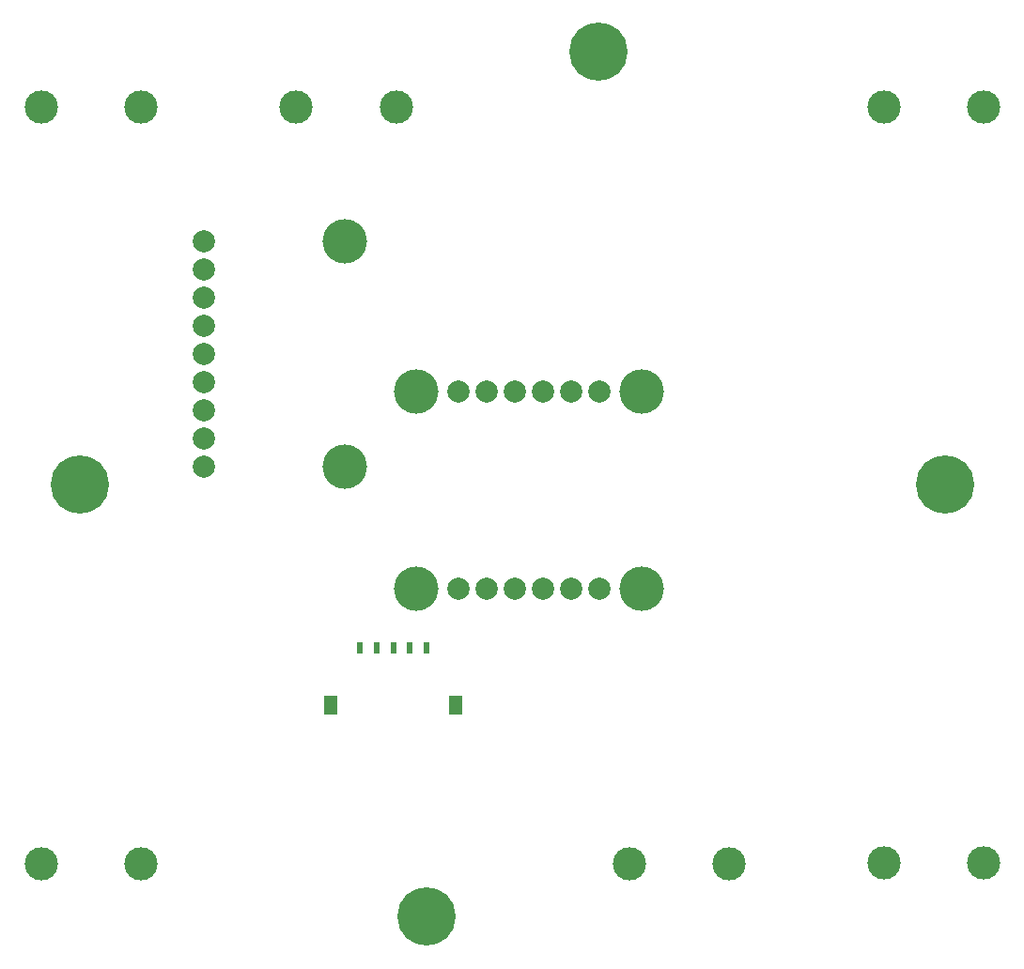
<source format=gbr>
%TF.GenerationSoftware,KiCad,Pcbnew,(5.1.10)-1*%
%TF.CreationDate,2022-05-09T17:44:24-07:00*%
%TF.ProjectId,solar-panel-side-Z,736f6c61-722d-4706-916e-656c2d736964,1.0*%
%TF.SameCoordinates,Original*%
%TF.FileFunction,Soldermask,Bot*%
%TF.FilePolarity,Negative*%
%FSLAX46Y46*%
G04 Gerber Fmt 4.6, Leading zero omitted, Abs format (unit mm)*
G04 Created by KiCad (PCBNEW (5.1.10)-1) date 2022-05-09 17:44:24*
%MOMM*%
%LPD*%
G01*
G04 APERTURE LIST*
%ADD10C,5.250000*%
%ADD11C,2.000000*%
%ADD12C,4.000000*%
%ADD13R,1.250000X1.800000*%
%ADD14R,0.600000X1.000000*%
%ADD15C,3.000000*%
G04 APERTURE END LIST*
D10*
%TO.C,J5*%
X188500000Y-85000000D03*
%TD*%
%TO.C,J4*%
X157250000Y-46000000D03*
%TD*%
%TO.C,J3*%
X141750000Y-124000000D03*
%TD*%
%TO.C,J2*%
X110500000Y-85000000D03*
%TD*%
D11*
%TO.C,U4*%
X147190000Y-76610000D03*
X144650000Y-76610000D03*
D12*
X140840000Y-76610000D03*
D11*
X157350000Y-76610000D03*
D12*
X161160000Y-76610000D03*
D11*
X154810000Y-76610000D03*
X152270000Y-76610000D03*
X149730000Y-76610000D03*
D12*
X161160000Y-94390000D03*
D11*
X154810000Y-94390000D03*
X152270000Y-94390000D03*
X157350000Y-94390000D03*
X144650000Y-94390000D03*
X147190000Y-94390000D03*
X149730000Y-94390000D03*
D12*
X140840000Y-94390000D03*
%TD*%
D13*
%TO.C,J1*%
X133145001Y-104940000D03*
X144354999Y-104940000D03*
D14*
X135749999Y-99750000D03*
X137249999Y-99750000D03*
X138750001Y-99750000D03*
X140250000Y-99750000D03*
X141750000Y-99750000D03*
%TD*%
D11*
%TO.C,U5*%
X121650000Y-75790000D03*
X121650000Y-73250000D03*
X121650000Y-70710000D03*
X121650000Y-83410000D03*
X121650000Y-78330000D03*
X121650000Y-80870000D03*
D12*
X134350000Y-63090000D03*
X134350000Y-83410000D03*
D11*
X121650000Y-65630000D03*
X121650000Y-68170000D03*
X121650000Y-63090000D03*
%TD*%
D15*
%TO.C,SC5*%
X191952000Y-51008000D03*
X182952000Y-51008000D03*
%TD*%
%TO.C,SC4*%
X169000000Y-119250000D03*
X160000000Y-119250000D03*
%TD*%
%TO.C,SC6*%
X191952000Y-119172000D03*
X182952000Y-119172000D03*
%TD*%
%TO.C,SC3*%
X130000000Y-51000000D03*
X139000000Y-51000000D03*
%TD*%
%TO.C,SC2*%
X107006000Y-119250000D03*
X116006000Y-119250000D03*
%TD*%
%TO.C,SC1*%
X116006000Y-51008000D03*
X107006000Y-51008000D03*
%TD*%
M02*

</source>
